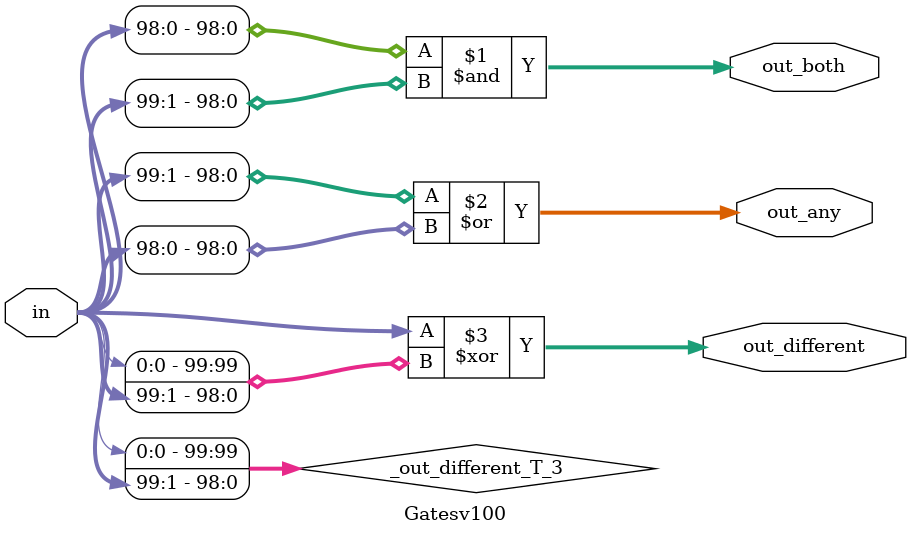
<source format=v>
module Gatesv100(
  input  [99:0] in,
  output [98:0] out_both,
  output [98:0] out_any,
  output [99:0] out_different
);
  wire [99:0] _out_different_T_3 = {in[0],in[99:1]}; // @[Cat.scala 33:92]
  assign out_both = in[98:0] & in[99:1]; // @[Gatesv100.scala 12:29]
  assign out_any = in[99:1] | in[98:0]; // @[Gatesv100.scala 13:28]
  assign out_different = in ^ _out_different_T_3; // @[Gatesv100.scala 14:29]
endmodule

</source>
